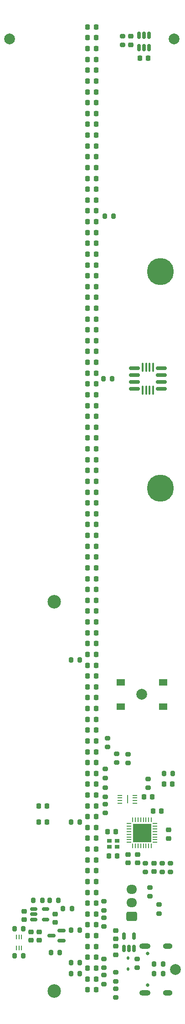
<source format=gbr>
%TF.GenerationSoftware,KiCad,Pcbnew,8.0.7*%
%TF.CreationDate,2025-01-25T18:23:14+01:00*%
%TF.ProjectId,termometer2,7465726d-6f6d-4657-9465-72322e6b6963,rev?*%
%TF.SameCoordinates,Original*%
%TF.FileFunction,Soldermask,Top*%
%TF.FilePolarity,Negative*%
%FSLAX46Y46*%
G04 Gerber Fmt 4.6, Leading zero omitted, Abs format (unit mm)*
G04 Created by KiCad (PCBNEW 8.0.7) date 2025-01-25 18:23:14*
%MOMM*%
%LPD*%
G01*
G04 APERTURE LIST*
G04 Aperture macros list*
%AMRoundRect*
0 Rectangle with rounded corners*
0 $1 Rounding radius*
0 $2 $3 $4 $5 $6 $7 $8 $9 X,Y pos of 4 corners*
0 Add a 4 corners polygon primitive as box body*
4,1,4,$2,$3,$4,$5,$6,$7,$8,$9,$2,$3,0*
0 Add four circle primitives for the rounded corners*
1,1,$1+$1,$2,$3*
1,1,$1+$1,$4,$5*
1,1,$1+$1,$6,$7*
1,1,$1+$1,$8,$9*
0 Add four rect primitives between the rounded corners*
20,1,$1+$1,$2,$3,$4,$5,0*
20,1,$1+$1,$4,$5,$6,$7,0*
20,1,$1+$1,$6,$7,$8,$9,0*
20,1,$1+$1,$8,$9,$2,$3,0*%
G04 Aperture macros list end*
%ADD10RoundRect,0.218750X-0.218750X-0.256250X0.218750X-0.256250X0.218750X0.256250X-0.218750X0.256250X0*%
%ADD11C,2.000000*%
%ADD12RoundRect,0.218750X0.218750X0.256250X-0.218750X0.256250X-0.218750X-0.256250X0.218750X-0.256250X0*%
%ADD13RoundRect,0.225000X0.250000X-0.225000X0.250000X0.225000X-0.250000X0.225000X-0.250000X-0.225000X0*%
%ADD14RoundRect,0.200000X0.200000X0.275000X-0.200000X0.275000X-0.200000X-0.275000X0.200000X-0.275000X0*%
%ADD15RoundRect,0.200000X-0.275000X0.200000X-0.275000X-0.200000X0.275000X-0.200000X0.275000X0.200000X0*%
%ADD16RoundRect,0.062500X-0.387500X-0.062500X0.387500X-0.062500X0.387500X0.062500X-0.387500X0.062500X0*%
%ADD17R,0.200000X1.600000*%
%ADD18RoundRect,0.200000X0.275000X-0.200000X0.275000X0.200000X-0.275000X0.200000X-0.275000X-0.200000X0*%
%ADD19C,5.000000*%
%ADD20RoundRect,0.100000X0.100000X-0.712500X0.100000X0.712500X-0.100000X0.712500X-0.100000X-0.712500X0*%
%ADD21RoundRect,0.225000X-0.225000X-0.250000X0.225000X-0.250000X0.225000X0.250000X-0.225000X0.250000X0*%
%ADD22R,0.900000X0.800000*%
%ADD23RoundRect,0.150000X-0.150000X0.512500X-0.150000X-0.512500X0.150000X-0.512500X0.150000X0.512500X0*%
%ADD24RoundRect,0.225000X-0.250000X0.225000X-0.250000X-0.225000X0.250000X-0.225000X0.250000X0.225000X0*%
%ADD25RoundRect,0.200000X-0.200000X-0.275000X0.200000X-0.275000X0.200000X0.275000X-0.200000X0.275000X0*%
%ADD26RoundRect,0.150000X0.150000X-0.512500X0.150000X0.512500X-0.150000X0.512500X-0.150000X-0.512500X0*%
%ADD27R,1.550000X1.300000*%
%ADD28RoundRect,0.150000X-0.512500X-0.150000X0.512500X-0.150000X0.512500X0.150000X-0.512500X0.150000X0*%
%ADD29RoundRect,0.062500X0.062500X-0.325000X0.062500X0.325000X-0.062500X0.325000X-0.062500X-0.325000X0*%
%ADD30RoundRect,0.112500X-0.112500X0.187500X-0.112500X-0.187500X0.112500X-0.187500X0.112500X0.187500X0*%
%ADD31RoundRect,0.225000X0.225000X0.250000X-0.225000X0.250000X-0.225000X-0.250000X0.225000X-0.250000X0*%
%ADD32RoundRect,0.150000X0.587500X0.150000X-0.587500X0.150000X-0.587500X-0.150000X0.587500X-0.150000X0*%
%ADD33RoundRect,0.150000X-0.825000X-0.150000X0.825000X-0.150000X0.825000X0.150000X-0.825000X0.150000X0*%
%ADD34RoundRect,0.062500X0.062500X-0.375000X0.062500X0.375000X-0.062500X0.375000X-0.062500X-0.375000X0*%
%ADD35RoundRect,0.062500X0.375000X-0.062500X0.375000X0.062500X-0.375000X0.062500X-0.375000X-0.062500X0*%
%ADD36R,3.450000X3.450000*%
%ADD37RoundRect,0.250000X0.725000X-0.600000X0.725000X0.600000X-0.725000X0.600000X-0.725000X-0.600000X0*%
%ADD38O,1.950000X1.700000*%
%ADD39C,2.500000*%
%ADD40C,0.650000*%
%ADD41O,1.800000X1.000000*%
%ADD42O,2.100000X1.000000*%
G04 APERTURE END LIST*
D10*
%TO.C,D1*%
X100997500Y-48500000D03*
X102572500Y-48500000D03*
%TD*%
D11*
%TO.C,FID1*%
X117300000Y-222725190D03*
%TD*%
D12*
%TO.C,D2*%
X102572500Y-50500000D03*
X100997500Y-50500000D03*
%TD*%
D13*
%TO.C,C10*%
X116050000Y-198525000D03*
X116050000Y-196975000D03*
%TD*%
D14*
%TO.C,R13*%
X116825000Y-186500000D03*
X115175000Y-186500000D03*
%TD*%
D12*
%TO.C,D50*%
X102572500Y-132500000D03*
X100997500Y-132500000D03*
%TD*%
D15*
%TO.C,RV11*%
X114250000Y-210775000D03*
X114250000Y-212425000D03*
%TD*%
D10*
%TO.C,D16*%
X100997500Y-120500000D03*
X102572500Y-120500000D03*
%TD*%
D16*
%TO.C,U5*%
X106975000Y-190550000D03*
X106975000Y-191050000D03*
X106975000Y-191550000D03*
X106975000Y-192050000D03*
X109825000Y-192050000D03*
X109825000Y-191550000D03*
X109825000Y-191050000D03*
X109825000Y-190550000D03*
D17*
X108400000Y-191300000D03*
%TD*%
D12*
%TO.C,D8*%
X102572500Y-142500000D03*
X100997500Y-142500000D03*
%TD*%
D18*
%TO.C,R9*%
X104000000Y-222435000D03*
X104000000Y-220785000D03*
%TD*%
D12*
%TO.C,D85*%
X102572500Y-222500000D03*
X100997500Y-222500000D03*
%TD*%
D13*
%TO.C,C14*%
X95000000Y-214075000D03*
X95000000Y-212525000D03*
%TD*%
D14*
%TO.C,R20*%
X89075000Y-220200000D03*
X87425000Y-220200000D03*
%TD*%
D12*
%TO.C,D25*%
X102572500Y-58500000D03*
X100997500Y-58500000D03*
%TD*%
D19*
%TO.C,REF2*%
X114550000Y-133750000D03*
%TD*%
D20*
%TO.C,U7*%
X111225000Y-115612500D03*
X111875000Y-115612500D03*
X112525000Y-115612500D03*
X113175000Y-115612500D03*
X113175000Y-111387500D03*
X112525000Y-111387500D03*
X111875000Y-111387500D03*
X111225000Y-111387500D03*
%TD*%
D21*
%TO.C,C9*%
X113175000Y-193500000D03*
X114725000Y-193500000D03*
%TD*%
%TO.C,C7*%
X111475000Y-190800000D03*
X113025000Y-190800000D03*
%TD*%
D22*
%TO.C,Y1*%
X105050000Y-200050000D03*
X106450000Y-200050000D03*
X106450000Y-198950000D03*
X105050000Y-198950000D03*
%TD*%
D10*
%TO.C,D22*%
X100997500Y-164500000D03*
X102572500Y-164500000D03*
%TD*%
D12*
%TO.C,D38*%
X102572500Y-128500000D03*
X100997500Y-128500000D03*
%TD*%
D10*
%TO.C,D51*%
X100997500Y-134500000D03*
X102572500Y-134500000D03*
%TD*%
D12*
%TO.C,D37*%
X102572500Y-98500000D03*
X100997500Y-98500000D03*
%TD*%
D15*
%TO.C,RV2*%
X111750000Y-203075000D03*
X111750000Y-204725000D03*
%TD*%
D18*
%TO.C,RV4*%
X108500000Y-184575000D03*
X108500000Y-182925000D03*
%TD*%
%TO.C,R15*%
X112595000Y-209225000D03*
X112595000Y-207575000D03*
%TD*%
D12*
%TO.C,D15*%
X102572500Y-90500000D03*
X100997500Y-90500000D03*
%TD*%
D10*
%TO.C,D54*%
X100997500Y-176500000D03*
X102572500Y-176500000D03*
%TD*%
D15*
%TO.C,RV1*%
X110250000Y-220802500D03*
X110250000Y-222452500D03*
%TD*%
D23*
%TO.C,U8*%
X112450000Y-50062500D03*
X111500000Y-50062500D03*
X110550000Y-50062500D03*
X110550000Y-52337500D03*
X111500000Y-52337500D03*
X112450000Y-52337500D03*
%TD*%
D21*
%TO.C,C4*%
X115225000Y-188500000D03*
X116775000Y-188500000D03*
%TD*%
D24*
%TO.C,C15*%
X89212500Y-212015000D03*
X89212500Y-213565000D03*
%TD*%
D19*
%TO.C,REF1*%
X114550000Y-93750000D03*
%TD*%
D10*
%TO.C,D86*%
X100997500Y-208500000D03*
X102572500Y-208500000D03*
%TD*%
%TO.C,D62*%
X100997500Y-212500000D03*
X102572500Y-212500000D03*
%TD*%
D12*
%TO.C,D27*%
X102572500Y-94500000D03*
X100997500Y-94500000D03*
%TD*%
%TO.C,D45*%
X102572500Y-174500000D03*
X100997500Y-174500000D03*
%TD*%
D15*
%TO.C,RV7*%
X104250000Y-185675000D03*
X104250000Y-187325000D03*
%TD*%
%TO.C,RV12*%
X106200000Y-226275000D03*
X106200000Y-227925000D03*
%TD*%
D18*
%TO.C,RV9*%
X112250000Y-189150000D03*
X112250000Y-187500000D03*
%TD*%
D24*
%TO.C,C8*%
X92000000Y-215825000D03*
X92000000Y-217375000D03*
%TD*%
D10*
%TO.C,D34*%
X100997500Y-60500000D03*
X102572500Y-60500000D03*
%TD*%
%TO.C,D40*%
X100997500Y-152500000D03*
X102572500Y-152500000D03*
%TD*%
%TO.C,D48*%
X100997500Y-100500000D03*
X102572500Y-100500000D03*
%TD*%
D12*
%TO.C,D87*%
X102572500Y-210500000D03*
X100997500Y-210500000D03*
%TD*%
D18*
%TO.C,R26*%
X114900000Y-204725000D03*
X114900000Y-203075000D03*
%TD*%
D12*
%TO.C,D33*%
X102572500Y-170500000D03*
X100997500Y-170500000D03*
%TD*%
%TO.C,D41*%
X102572500Y-154500000D03*
X100997500Y-154500000D03*
%TD*%
D25*
%TO.C,R6*%
X113350000Y-221750000D03*
X115000000Y-221750000D03*
%TD*%
D10*
%TO.C,D20*%
X100997500Y-160500000D03*
X102572500Y-160500000D03*
%TD*%
%TO.C,D30*%
X100997500Y-148500000D03*
X102572500Y-148500000D03*
%TD*%
%TO.C,D11*%
X91912500Y-195500000D03*
X93487500Y-195500000D03*
%TD*%
%TO.C,D26*%
X100997500Y-92500000D03*
X102572500Y-92500000D03*
%TD*%
D12*
%TO.C,D60*%
X102572500Y-136500000D03*
X100997500Y-136500000D03*
%TD*%
D18*
%TO.C,R7*%
X104000000Y-211825000D03*
X104000000Y-210175000D03*
%TD*%
D25*
%TO.C,R18*%
X94175000Y-219600000D03*
X95825000Y-219600000D03*
%TD*%
D26*
%TO.C,U2*%
X107750000Y-218887500D03*
X108700000Y-218887500D03*
X109650000Y-218887500D03*
X109650000Y-216612500D03*
X107750000Y-216612500D03*
%TD*%
D12*
%TO.C,D49*%
X102572500Y-102500000D03*
X100997500Y-102500000D03*
%TD*%
D24*
%TO.C,C1*%
X90500000Y-215825000D03*
X90500000Y-217375000D03*
%TD*%
D11*
%TO.C,FID2*%
X86550000Y-50750000D03*
%TD*%
D12*
%TO.C,D19*%
X102572500Y-146500000D03*
X100997500Y-146500000D03*
%TD*%
%TO.C,D81*%
X102572500Y-114500000D03*
X100997500Y-114500000D03*
%TD*%
D14*
%TO.C,R24*%
X92575000Y-210000000D03*
X90925000Y-210000000D03*
%TD*%
%TO.C,R14*%
X99575000Y-223500000D03*
X97925000Y-223500000D03*
%TD*%
D12*
%TO.C,D55*%
X102572500Y-178500000D03*
X100997500Y-178500000D03*
%TD*%
D25*
%TO.C,R5*%
X113350000Y-223500000D03*
X115000000Y-223500000D03*
%TD*%
D10*
%TO.C,D39*%
X100997500Y-130500000D03*
X102572500Y-130500000D03*
%TD*%
D27*
%TO.C,SW3*%
X115075000Y-174150001D03*
X107125000Y-174150001D03*
X115075000Y-169650001D03*
X107125000Y-169650001D03*
%TD*%
D10*
%TO.C,D74*%
X100997500Y-204500000D03*
X102572500Y-204500000D03*
%TD*%
%TO.C,D29*%
X100997500Y-126500000D03*
X102572500Y-126500000D03*
%TD*%
%TO.C,D9*%
X100997500Y-156500000D03*
X102572500Y-156500000D03*
%TD*%
%TO.C,D80*%
X100997500Y-112500000D03*
X102572500Y-112500000D03*
%TD*%
D18*
%TO.C,RV5*%
X106400000Y-184525000D03*
X106400000Y-182875000D03*
%TD*%
D10*
%TO.C,D90*%
X100997500Y-80500000D03*
X102572500Y-80500000D03*
%TD*%
D13*
%TO.C,C3*%
X110300000Y-203025000D03*
X110300000Y-201475000D03*
%TD*%
D21*
%TO.C,C6*%
X104975000Y-201750000D03*
X106525000Y-201750000D03*
%TD*%
D10*
%TO.C,D32*%
X100997500Y-168500000D03*
X102572500Y-168500000D03*
%TD*%
D12*
%TO.C,D89*%
X102572500Y-190500000D03*
X100997500Y-190500000D03*
%TD*%
%TO.C,D53*%
X102572500Y-198500000D03*
X100997500Y-198500000D03*
%TD*%
%TO.C,D31*%
X102572500Y-150500000D03*
X100997500Y-150500000D03*
%TD*%
D10*
%TO.C,D68*%
X100997500Y-72500000D03*
X102572500Y-72500000D03*
%TD*%
D15*
%TO.C,R25*%
X116400000Y-203075000D03*
X116400000Y-204725000D03*
%TD*%
D21*
%TO.C,C5*%
X104725000Y-197250000D03*
X106275000Y-197250000D03*
%TD*%
D10*
%TO.C,D42*%
X100997500Y-192500000D03*
X102572500Y-192500000D03*
%TD*%
D12*
%TO.C,D75*%
X102572500Y-206500000D03*
X100997500Y-206500000D03*
%TD*%
D14*
%TO.C,R16*%
X95575000Y-210000000D03*
X93925000Y-210000000D03*
%TD*%
D12*
%TO.C,D13*%
X102572500Y-54500000D03*
X100997500Y-54500000D03*
%TD*%
D13*
%TO.C,C12*%
X106200000Y-217075000D03*
X106200000Y-215525000D03*
%TD*%
D28*
%TO.C,U4*%
X90962500Y-211600000D03*
X90962500Y-212550000D03*
X90962500Y-213500000D03*
X93237500Y-213500000D03*
X93237500Y-211600000D03*
%TD*%
D12*
%TO.C,D6*%
X102572500Y-118500000D03*
X100997500Y-118500000D03*
%TD*%
D18*
%TO.C,R12*%
X106200000Y-224925000D03*
X106200000Y-223275000D03*
%TD*%
D12*
%TO.C,D91*%
X102572500Y-82500000D03*
X100997500Y-82500000D03*
%TD*%
D10*
%TO.C,D46*%
X100997500Y-64500000D03*
X102572500Y-64500000D03*
%TD*%
%TO.C,D14*%
X100997500Y-88500000D03*
X102572500Y-88500000D03*
%TD*%
D29*
%TO.C,U3*%
X87750000Y-218750000D03*
X88250000Y-218750000D03*
X88750000Y-218750000D03*
X88750000Y-216775000D03*
X88250000Y-216775000D03*
X87750000Y-216775000D03*
%TD*%
D10*
%TO.C,D82*%
X100997500Y-224500000D03*
X102572500Y-224500000D03*
%TD*%
%TO.C,D72*%
X100997500Y-216500000D03*
X102572500Y-216500000D03*
%TD*%
%TO.C,D36*%
X100997500Y-96500000D03*
X102572500Y-96500000D03*
%TD*%
D11*
%TO.C,FID3*%
X117050000Y-50750000D03*
%TD*%
D12*
%TO.C,D59*%
X102572500Y-106500000D03*
X100997500Y-106500000D03*
%TD*%
D10*
%TO.C,D52*%
X100997500Y-196500000D03*
X102572500Y-196500000D03*
%TD*%
%TO.C,D24*%
X100997500Y-56500000D03*
X102572500Y-56500000D03*
%TD*%
%TO.C,D56*%
X100997500Y-68500000D03*
X102572500Y-68500000D03*
%TD*%
D25*
%TO.C,R8*%
X97925000Y-195500000D03*
X99575000Y-195500000D03*
%TD*%
D10*
%TO.C,D61*%
X100997500Y-138500000D03*
X102572500Y-138500000D03*
%TD*%
D12*
%TO.C,D35*%
X102572500Y-62500000D03*
X100997500Y-62500000D03*
%TD*%
%TO.C,D17*%
X102572500Y-122500000D03*
X100997500Y-122500000D03*
%TD*%
D24*
%TO.C,C16*%
X108500000Y-201475000D03*
X108500000Y-203025000D03*
%TD*%
D12*
%TO.C,D4*%
X102572500Y-86500000D03*
X100997500Y-86500000D03*
%TD*%
D14*
%TO.C,R10*%
X99575000Y-215500000D03*
X97925000Y-215500000D03*
%TD*%
D13*
%TO.C,C17*%
X109000000Y-51775000D03*
X109000000Y-50225000D03*
%TD*%
D10*
%TO.C,D18*%
X100997500Y-144500000D03*
X102572500Y-144500000D03*
%TD*%
%TO.C,D76*%
X100997500Y-184500000D03*
X102572500Y-184500000D03*
%TD*%
D15*
%TO.C,RV10*%
X104000000Y-223785000D03*
X104000000Y-225435000D03*
%TD*%
D10*
%TO.C,D44*%
X100997500Y-172500000D03*
X102572500Y-172500000D03*
%TD*%
D12*
%TO.C,D69*%
X102572500Y-74500000D03*
X100997500Y-74500000D03*
%TD*%
%TO.C,D71*%
X102572500Y-110500000D03*
X100997500Y-110500000D03*
%TD*%
D10*
%TO.C,D5*%
X100997500Y-116500000D03*
X102572500Y-116500000D03*
%TD*%
D15*
%TO.C,RV6*%
X104250000Y-192175000D03*
X104250000Y-193825000D03*
%TD*%
D12*
%TO.C,D43*%
X102572500Y-194500000D03*
X100997500Y-194500000D03*
%TD*%
%TO.C,D21*%
X102572500Y-162500000D03*
X100997500Y-162500000D03*
%TD*%
D10*
%TO.C,D12*%
X100997500Y-52500000D03*
X102572500Y-52500000D03*
%TD*%
D12*
%TO.C,D67*%
X102572500Y-182500000D03*
X100997500Y-182500000D03*
%TD*%
%TO.C,D83*%
X102572500Y-226500000D03*
X100997500Y-226500000D03*
%TD*%
D13*
%TO.C,C13*%
X113350000Y-204675000D03*
X113350000Y-203125000D03*
%TD*%
D10*
%TO.C,D84*%
X100997500Y-220500000D03*
X102572500Y-220500000D03*
%TD*%
D12*
%TO.C,D47*%
X102572500Y-66500000D03*
X100997500Y-66500000D03*
%TD*%
%TO.C,D77*%
X102572500Y-186500000D03*
X100997500Y-186500000D03*
%TD*%
D25*
%TO.C,R17*%
X96425000Y-211500000D03*
X98075000Y-211500000D03*
%TD*%
D30*
%TO.C,D93*%
X108500000Y-220600000D03*
X108500000Y-222700000D03*
%TD*%
D12*
%TO.C,D10*%
X102572500Y-158500000D03*
X100997500Y-158500000D03*
%TD*%
D14*
%TO.C,R2*%
X105575000Y-113500000D03*
X103925000Y-113500000D03*
%TD*%
D15*
%TO.C,RV8*%
X104000000Y-213175000D03*
X104000000Y-214825000D03*
%TD*%
D12*
%TO.C,D65*%
X102572500Y-202500000D03*
X100997500Y-202500000D03*
%TD*%
D10*
%TO.C,D88*%
X100997500Y-188500000D03*
X102572500Y-188500000D03*
%TD*%
%TO.C,D58*%
X100997500Y-104500000D03*
X102572500Y-104500000D03*
%TD*%
%TO.C,D70*%
X100997500Y-108500000D03*
X102572500Y-108500000D03*
%TD*%
D31*
%TO.C,C21*%
X112275000Y-54300000D03*
X110725000Y-54300000D03*
%TD*%
D12*
%TO.C,D57*%
X102572500Y-70500000D03*
X100997500Y-70500000D03*
%TD*%
D10*
%TO.C,D66*%
X100997500Y-180500000D03*
X102572500Y-180500000D03*
%TD*%
D12*
%TO.C,D73*%
X102572500Y-218500000D03*
X100997500Y-218500000D03*
%TD*%
D14*
%TO.C,R4*%
X99575000Y-165500000D03*
X97925000Y-165500000D03*
%TD*%
D10*
%TO.C,D7*%
X100997500Y-140500000D03*
X102572500Y-140500000D03*
%TD*%
D14*
%TO.C,RV13*%
X99575000Y-221500000D03*
X97925000Y-221500000D03*
%TD*%
D10*
%TO.C,D78*%
X100997500Y-76500000D03*
X102572500Y-76500000D03*
%TD*%
D18*
%TO.C,R3*%
X104250000Y-190825000D03*
X104250000Y-189175000D03*
%TD*%
D12*
%TO.C,D79*%
X102572500Y-78500000D03*
X100997500Y-78500000D03*
%TD*%
D32*
%TO.C,Q1*%
X96175000Y-217450000D03*
X96175000Y-215550000D03*
X94300000Y-216500000D03*
%TD*%
D10*
%TO.C,D64*%
X100997500Y-200500000D03*
X102572500Y-200500000D03*
%TD*%
D12*
%TO.C,D92*%
X93487500Y-192500000D03*
X91912500Y-192500000D03*
%TD*%
D33*
%TO.C,U6*%
X109725000Y-111595000D03*
X109725000Y-112865000D03*
X109725000Y-114135000D03*
X109725000Y-115405000D03*
X114675000Y-115405000D03*
X114675000Y-114135000D03*
X114675000Y-112865000D03*
X114675000Y-111595000D03*
%TD*%
D34*
%TO.C,U1*%
X109362500Y-199937500D03*
X109862500Y-199937500D03*
X110362500Y-199937500D03*
X110862500Y-199937500D03*
X111362500Y-199937500D03*
X111862500Y-199937500D03*
X112362500Y-199937500D03*
X112862500Y-199937500D03*
D35*
X113550000Y-199250000D03*
X113550000Y-198750000D03*
X113550000Y-198250000D03*
X113550000Y-197750000D03*
X113550000Y-197250000D03*
X113550000Y-196750000D03*
X113550000Y-196250000D03*
X113550000Y-195750000D03*
D34*
X112862500Y-195062500D03*
X112362500Y-195062500D03*
X111862500Y-195062500D03*
X111362500Y-195062500D03*
X110862500Y-195062500D03*
X110362500Y-195062500D03*
X109862500Y-195062500D03*
X109362500Y-195062500D03*
D35*
X108675000Y-195750000D03*
X108675000Y-196250000D03*
X108675000Y-196750000D03*
X108675000Y-197250000D03*
X108675000Y-197750000D03*
X108675000Y-198250000D03*
X108675000Y-198750000D03*
X108675000Y-199250000D03*
D36*
X111112500Y-197500000D03*
%TD*%
D15*
%TO.C,RV3*%
X107500000Y-50175000D03*
X107500000Y-51825000D03*
%TD*%
D12*
%TO.C,D23*%
X102572500Y-166500000D03*
X100997500Y-166500000D03*
%TD*%
D18*
%TO.C,R19*%
X104700000Y-181625000D03*
X104700000Y-179975000D03*
%TD*%
D24*
%TO.C,C11*%
X106200000Y-218475000D03*
X106200000Y-220025000D03*
%TD*%
D10*
%TO.C,D28*%
X100997500Y-124500000D03*
X102572500Y-124500000D03*
%TD*%
D14*
%TO.C,R11*%
X89075000Y-215250000D03*
X87425000Y-215250000D03*
%TD*%
D11*
%TO.C,FID4*%
X111100000Y-171900001D03*
%TD*%
D12*
%TO.C,D63*%
X102572500Y-214500000D03*
X100997500Y-214500000D03*
%TD*%
D10*
%TO.C,D3*%
X100997500Y-84500000D03*
X102572500Y-84500000D03*
%TD*%
D14*
%TO.C,R1*%
X105825000Y-83500000D03*
X104175000Y-83500000D03*
%TD*%
D37*
%TO.C,J3*%
X109225000Y-212900000D03*
D38*
X109225000Y-210400000D03*
X109225000Y-207900000D03*
%TD*%
D39*
%TO.C,BT1*%
X94800000Y-154750000D03*
X94800000Y-226750000D03*
%TD*%
D40*
%TO.C,J1*%
X112190190Y-219835190D03*
X112190190Y-225615190D03*
D41*
X115870190Y-218405190D03*
D42*
X111670190Y-218405190D03*
D41*
X115870190Y-227045190D03*
D42*
X111670190Y-227045190D03*
%TD*%
M02*

</source>
